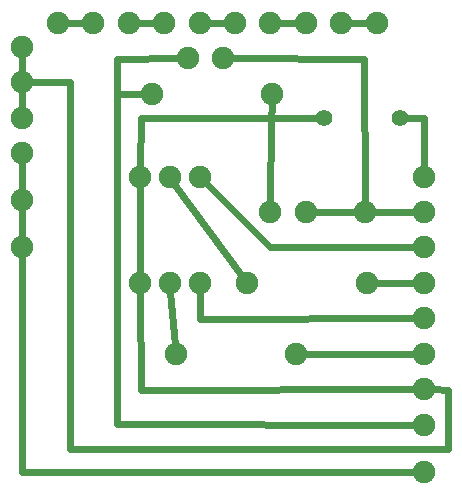
<source format=gbl>
G04 MADE WITH FRITZING*
G04 WWW.FRITZING.ORG*
G04 SINGLE SIDED*
G04 HOLES NOT PLATED*
G04 CONTOUR ON CENTER OF CONTOUR VECTOR*
%ASAXBY*%
%FSLAX23Y23*%
%MOIN*%
%OFA0B0*%
%SFA1.0B1.0*%
%ADD10C,0.075000*%
%ADD11C,0.055433*%
%ADD12C,0.075433*%
%ADD13C,0.024000*%
%LNCOPPER0*%
G90*
G70*
G54D10*
X505Y1105D03*
X605Y1105D03*
X705Y1105D03*
X505Y751D03*
X605Y751D03*
X705Y751D03*
G54D11*
X1118Y1302D03*
X1374Y1302D03*
G54D10*
X547Y1381D03*
X947Y1381D03*
X862Y751D03*
X1262Y751D03*
X626Y515D03*
X1026Y515D03*
G54D12*
X114Y1538D03*
X232Y1617D03*
X350Y1617D03*
X1453Y121D03*
X1256Y987D03*
X468Y1617D03*
X114Y1420D03*
X823Y1617D03*
X1295Y1617D03*
X1177Y1617D03*
X587Y1617D03*
X1059Y1617D03*
X114Y869D03*
X705Y1617D03*
X941Y1617D03*
X114Y1184D03*
X1453Y515D03*
X665Y1499D03*
X1453Y633D03*
X1453Y869D03*
X1453Y1105D03*
X1453Y751D03*
X1453Y396D03*
X114Y1026D03*
X783Y1499D03*
X941Y987D03*
X114Y1302D03*
X1453Y278D03*
X1059Y987D03*
X1453Y987D03*
G54D13*
X943Y1302D02*
X1089Y1302D01*
D02*
X510Y1302D02*
X943Y1302D01*
D02*
X505Y1134D02*
X510Y1302D01*
D02*
X1453Y1134D02*
X1454Y1302D01*
D02*
X1454Y1302D02*
X1403Y1302D01*
D02*
X505Y779D02*
X505Y1076D01*
D02*
X623Y543D02*
X607Y722D01*
D02*
X510Y395D02*
X505Y722D01*
D02*
X1424Y396D02*
X510Y395D01*
D02*
X845Y774D02*
X621Y1082D01*
D02*
X706Y632D02*
X705Y722D01*
D02*
X1424Y633D02*
X706Y632D01*
D02*
X1424Y515D02*
X1055Y515D01*
D02*
X1424Y751D02*
X1291Y751D01*
D02*
X1424Y869D02*
X939Y869D01*
D02*
X939Y869D02*
X725Y1085D01*
D02*
X428Y1380D02*
X428Y1498D01*
D02*
X428Y280D02*
X428Y1380D01*
D02*
X428Y1498D02*
X636Y1499D01*
D02*
X1424Y278D02*
X428Y280D01*
D02*
X428Y1380D02*
X519Y1380D01*
D02*
X943Y1291D02*
X946Y1352D01*
D02*
X943Y1291D02*
X941Y1016D01*
D02*
X114Y1055D02*
X114Y1155D01*
D02*
X114Y898D02*
X114Y997D01*
D02*
X1424Y121D02*
X113Y121D01*
D02*
X113Y121D02*
X114Y840D01*
D02*
X1424Y987D02*
X1285Y987D01*
D02*
X1088Y987D02*
X1227Y987D01*
D02*
X1254Y1498D02*
X812Y1499D01*
D02*
X1256Y1016D02*
X1254Y1498D01*
D02*
X114Y1449D02*
X114Y1509D01*
D02*
X114Y1331D02*
X114Y1391D01*
D02*
X1532Y198D02*
X273Y198D01*
D02*
X1532Y395D02*
X1532Y198D01*
D02*
X1482Y396D02*
X1532Y395D01*
D02*
X273Y198D02*
X273Y1421D01*
D02*
X273Y1421D02*
X143Y1420D01*
D02*
X322Y1617D02*
X261Y1617D01*
D02*
X558Y1617D02*
X497Y1617D01*
D02*
X794Y1617D02*
X733Y1617D01*
D02*
X1030Y1617D02*
X970Y1617D01*
D02*
X1266Y1617D02*
X1206Y1617D01*
G04 End of Copper0*
M02*
</source>
